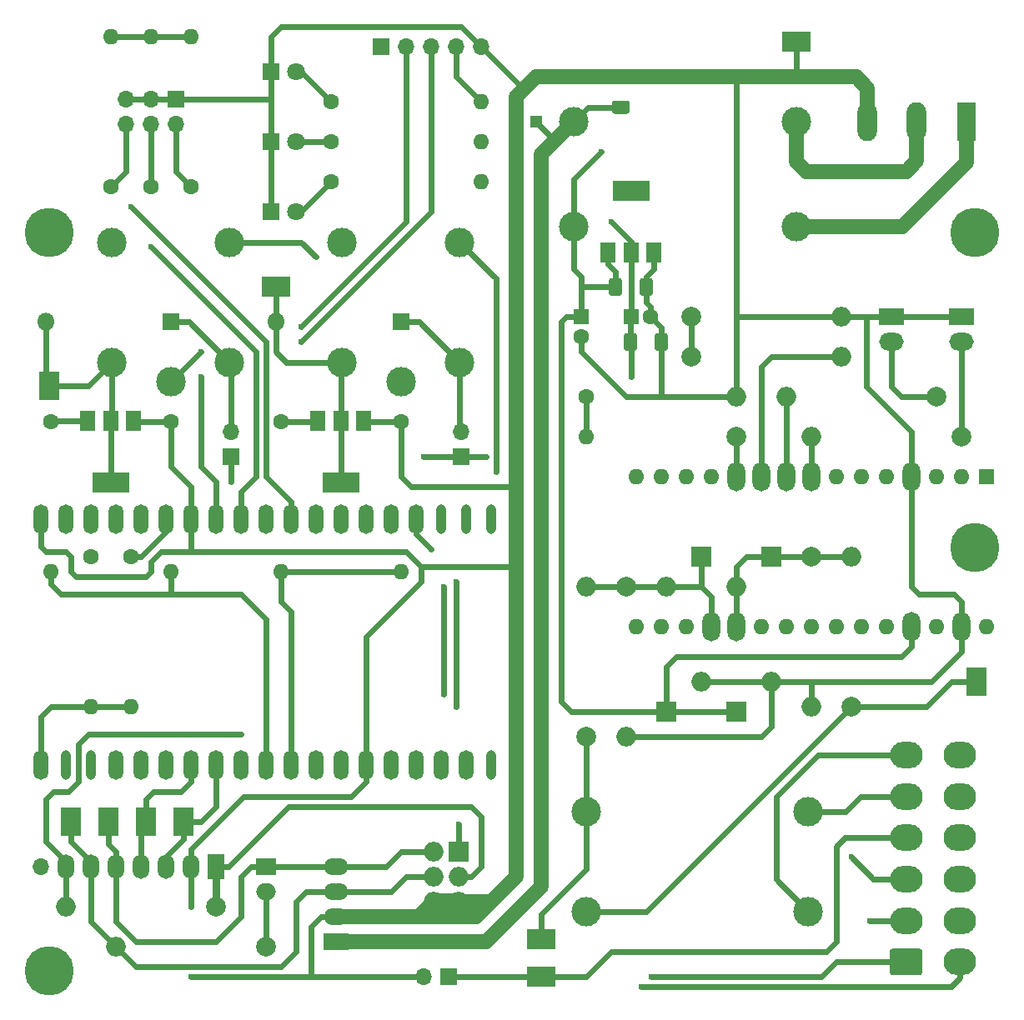
<source format=gbl>
%TF.GenerationSoftware,KiCad,Pcbnew,(5.1.12-1-10_14)*%
%TF.CreationDate,2023-03-30T15:47:48+02:00*%
%TF.ProjectId,Airlock-Mainboard,4169726c-6f63-46b2-9d4d-61696e626f61,rev?*%
%TF.SameCoordinates,Original*%
%TF.FileFunction,Copper,L2,Bot*%
%TF.FilePolarity,Positive*%
%FSLAX46Y46*%
G04 Gerber Fmt 4.6, Leading zero omitted, Abs format (unit mm)*
G04 Created by KiCad (PCBNEW (5.1.12-1-10_14)) date 2023-03-30 15:47:48*
%MOMM*%
%LPD*%
G01*
G04 APERTURE LIST*
%TA.AperFunction,ComponentPad*%
%ADD10C,5.000000*%
%TD*%
%TA.AperFunction,ComponentPad*%
%ADD11R,2.500000X1.700000*%
%TD*%
%TA.AperFunction,ComponentPad*%
%ADD12O,2.500000X1.700000*%
%TD*%
%TA.AperFunction,ComponentPad*%
%ADD13R,1.700000X1.700000*%
%TD*%
%TA.AperFunction,ComponentPad*%
%ADD14O,1.700000X1.700000*%
%TD*%
%TA.AperFunction,ComponentPad*%
%ADD15R,2.000000X2.000000*%
%TD*%
%TA.AperFunction,ComponentPad*%
%ADD16O,2.000000X2.000000*%
%TD*%
%TA.AperFunction,ComponentPad*%
%ADD17O,1.500000X3.000000*%
%TD*%
%TA.AperFunction,ComponentPad*%
%ADD18O,1.000000X3.000000*%
%TD*%
%TA.AperFunction,ComponentPad*%
%ADD19R,1.600000X1.600000*%
%TD*%
%TA.AperFunction,ComponentPad*%
%ADD20O,1.600000X1.600000*%
%TD*%
%TA.AperFunction,ComponentPad*%
%ADD21O,1.800000X3.000000*%
%TD*%
%TA.AperFunction,ComponentPad*%
%ADD22C,1.600000*%
%TD*%
%TA.AperFunction,ComponentPad*%
%ADD23R,1.200000X1.200000*%
%TD*%
%TA.AperFunction,ComponentPad*%
%ADD24C,1.200000*%
%TD*%
%TA.AperFunction,ComponentPad*%
%ADD25O,1.800000X1.800000*%
%TD*%
%TA.AperFunction,ComponentPad*%
%ADD26R,1.800000X1.800000*%
%TD*%
%TA.AperFunction,ComponentPad*%
%ADD27O,2.500000X1.800000*%
%TD*%
%TA.AperFunction,ComponentPad*%
%ADD28R,2.500000X1.800000*%
%TD*%
%TA.AperFunction,ComponentPad*%
%ADD29C,1.800000*%
%TD*%
%TA.AperFunction,ComponentPad*%
%ADD30C,3.000000*%
%TD*%
%TA.AperFunction,ComponentPad*%
%ADD31R,1.980000X3.960000*%
%TD*%
%TA.AperFunction,ComponentPad*%
%ADD32O,1.980000X3.960000*%
%TD*%
%TA.AperFunction,ComponentPad*%
%ADD33R,1.700000X2.500000*%
%TD*%
%TA.AperFunction,ComponentPad*%
%ADD34O,1.700000X2.500000*%
%TD*%
%TA.AperFunction,ComponentPad*%
%ADD35O,3.300000X2.700000*%
%TD*%
%TA.AperFunction,ComponentPad*%
%ADD36R,2.000000X1.700000*%
%TD*%
%TA.AperFunction,ComponentPad*%
%ADD37O,2.000000X1.700000*%
%TD*%
%TA.AperFunction,ComponentPad*%
%ADD38R,3.000000X2.000000*%
%TD*%
%TA.AperFunction,ComponentPad*%
%ADD39R,2.000000X3.000000*%
%TD*%
%TA.AperFunction,SMDPad,CuDef*%
%ADD40R,3.800000X2.000000*%
%TD*%
%TA.AperFunction,SMDPad,CuDef*%
%ADD41R,1.500000X2.000000*%
%TD*%
%TA.AperFunction,ComponentPad*%
%ADD42C,2.000000*%
%TD*%
%TA.AperFunction,ViaPad*%
%ADD43C,0.600000*%
%TD*%
%TA.AperFunction,Conductor*%
%ADD44C,0.800000*%
%TD*%
%TA.AperFunction,Conductor*%
%ADD45C,0.600000*%
%TD*%
%TA.AperFunction,Conductor*%
%ADD46C,1.500000*%
%TD*%
%TA.AperFunction,Conductor*%
%ADD47C,1.800000*%
%TD*%
G04 APERTURE END LIST*
D10*
%TO.P,REF\u002A\u002A,1*%
%TO.N,N/C*%
X262000000Y-57000000D03*
%TD*%
%TO.P,REF\u002A\u002A,1*%
%TO.N,N/C*%
X168000000Y-57000000D03*
%TD*%
%TO.P,REF\u002A\u002A,1*%
%TO.N,N/C*%
X262000000Y-89000000D03*
%TD*%
%TO.P,REF\u002A\u002A,1*%
%TO.N,N/C*%
X168000000Y-132000000D03*
%TD*%
D11*
%TO.P,J4,1*%
%TO.N,+12V*%
X197104000Y-129032000D03*
D12*
%TO.P,J4,2*%
%TO.N,GND*%
X197104000Y-126492000D03*
%TO.P,J4,3*%
%TO.N,CAN_LOW*%
X197104000Y-123952000D03*
%TO.P,J4,4*%
%TO.N,CAN_HIGH*%
X197104000Y-121412000D03*
%TD*%
D13*
%TO.P,J2,1*%
%TO.N,N/C*%
X201676000Y-38100000D03*
D14*
%TO.P,J2,2*%
%TO.N,I2C_SCL*%
X204216000Y-38100000D03*
%TO.P,J2,3*%
%TO.N,I2C_SDA*%
X206756000Y-38100000D03*
%TO.P,J2,4*%
%TO.N,+5V*%
X209296000Y-38100000D03*
%TO.P,J2,5*%
%TO.N,GND*%
X211836000Y-38100000D03*
%TD*%
D15*
%TO.P,J6,1*%
%TO.N,+3V3*%
X209550000Y-119888000D03*
D16*
%TO.P,J6,2*%
%TO.N,CAN_HIGH*%
X207010000Y-119888000D03*
%TO.P,J6,3*%
%TO.N,+5V*%
X209550000Y-122428000D03*
%TO.P,J6,4*%
%TO.N,CAN_LOW*%
X207010000Y-122428000D03*
%TO.P,J6,5*%
%TO.N,GND*%
X209550000Y-124968000D03*
%TO.P,J6,6*%
X207010000Y-124968000D03*
%TD*%
D13*
%TO.P,J3,1*%
%TO.N,GND*%
X180848000Y-43434000D03*
D14*
%TO.P,J3,2*%
%TO.N,Taster_C1*%
X180848000Y-45974000D03*
%TO.P,J3,3*%
%TO.N,GND*%
X178308000Y-43434000D03*
%TO.P,J3,4*%
%TO.N,Taster_B1*%
X178308000Y-45974000D03*
%TO.P,J3,5*%
%TO.N,GND*%
X175768000Y-43434000D03*
%TO.P,J3,6*%
%TO.N,Taster_A1*%
X175768000Y-45974000D03*
%TD*%
D17*
%TO.P,U3,1*%
%TO.N,GND*%
X167132000Y-86052000D03*
%TO.P,U3,2*%
%TO.N,+3V3*%
X167132000Y-111052000D03*
%TO.P,U3,37*%
%TO.N,N/C*%
X169672000Y-86052000D03*
D18*
%TO.P,U3,3*%
X169672000Y-111052000D03*
D17*
%TO.P,U3,36*%
%TO.N,I2C_SCL*%
X172212000Y-86052000D03*
D18*
%TO.P,U3,4*%
%TO.N,N/C*%
X172212000Y-111052000D03*
D17*
%TO.P,U3,35*%
X174752000Y-86052000D03*
%TO.P,U3,5*%
X174752000Y-111052000D03*
%TO.P,U3,34*%
X177292000Y-86052000D03*
%TO.P,U3,6*%
X177292000Y-111052000D03*
%TO.P,U3,33*%
%TO.N,I2C_SDA*%
X179832000Y-86052000D03*
%TO.P,U3,7*%
%TO.N,N/C*%
X179832000Y-111052000D03*
%TO.P,U3,1*%
%TO.N,GND*%
X182372000Y-86052000D03*
%TO.P,U3,8*%
%TO.N,CAN_RX*%
X182372000Y-111052000D03*
%TO.P,U3,31*%
%TO.N,Taster_C1*%
X184912000Y-86052000D03*
%TO.P,U3,9*%
%TO.N,CAN_TX*%
X184912000Y-111052000D03*
%TO.P,U3,30*%
%TO.N,Taster_B1*%
X187452000Y-86052000D03*
%TO.P,U3,10*%
%TO.N,N/C*%
X187452000Y-111052000D03*
%TO.P,U3,29*%
X189992000Y-86052000D03*
%TO.P,U3,11*%
%TO.N,BuzzerAussen_3V3*%
X189992000Y-111052000D03*
%TO.P,U3,28*%
%TO.N,Taster_A1*%
X192532000Y-86052000D03*
%TO.P,U3,12*%
%TO.N,BuzzerInnen_3V3*%
X192532000Y-111052000D03*
%TO.P,U3,27*%
%TO.N,N/C*%
X195072000Y-86052000D03*
%TO.P,U3,13*%
X195072000Y-111052000D03*
%TO.P,U3,26*%
X197612000Y-86052000D03*
%TO.P,U3,14*%
%TO.N,KlingelAussen_3V3*%
X197612000Y-111052000D03*
%TO.P,U3,25*%
%TO.N,N/C*%
X200152000Y-86052000D03*
%TO.P,U3,1*%
%TO.N,GND*%
X200152000Y-111052000D03*
%TO.P,U3,24*%
%TO.N,N/C*%
X202692000Y-86052000D03*
%TO.P,U3,16*%
%TO.N,KlingelInnen_3V3*%
X202692000Y-111052000D03*
%TO.P,U3,23*%
%TO.N,TJA1051_S*%
X205232000Y-86052000D03*
%TO.P,U3,17*%
%TO.N,N/C*%
X205232000Y-111052000D03*
D18*
%TO.P,U3,22*%
X207772000Y-86052000D03*
D17*
%TO.P,U3,18*%
X207772000Y-111052000D03*
D18*
%TO.P,U3,21*%
X210312000Y-86052000D03*
D17*
%TO.P,U3,19*%
X210312000Y-111052000D03*
D18*
%TO.P,U3,20*%
X212852000Y-86052000D03*
%TO.P,U3,*%
%TO.N,*%
X212852000Y-111052000D03*
%TD*%
D19*
%TO.P,A1,1*%
%TO.N,N/C*%
X263144000Y-81788000D03*
D20*
%TO.P,A1,17*%
X230124000Y-97028000D03*
%TO.P,A1,2*%
X260604000Y-81788000D03*
%TO.P,A1,18*%
X232664000Y-97028000D03*
%TO.P,A1,3*%
X258064000Y-81788000D03*
D21*
%TO.P,A1,19*%
%TO.N,Net-(A1-Pad19)*%
X235204000Y-97028000D03*
%TO.P,A1,3*%
%TO.N,GND*%
X255524000Y-81788000D03*
%TO.P,A1,20*%
%TO.N,Net-(A1-Pad20)*%
X237744000Y-97028000D03*
D20*
%TO.P,A1,5*%
%TO.N,N/C*%
X252984000Y-81788000D03*
%TO.P,A1,21*%
X240284000Y-97028000D03*
%TO.P,A1,6*%
X250444000Y-81788000D03*
%TO.P,A1,22*%
X242824000Y-97028000D03*
%TO.P,A1,7*%
X247904000Y-81788000D03*
%TO.P,A1,23*%
X245364000Y-97028000D03*
D21*
%TO.P,A1,8*%
%TO.N,Net-(A1-Pad8)*%
X245364000Y-81788000D03*
D20*
%TO.P,A1,24*%
%TO.N,N/C*%
X247904000Y-97028000D03*
D21*
%TO.P,A1,9*%
%TO.N,Net-(A1-Pad9)*%
X242824000Y-81788000D03*
D20*
%TO.P,A1,25*%
%TO.N,N/C*%
X250444000Y-97028000D03*
D21*
%TO.P,A1,10*%
%TO.N,Net-(A1-Pad10)*%
X240284000Y-81788000D03*
D20*
%TO.P,A1,26*%
%TO.N,N/C*%
X252984000Y-97028000D03*
D21*
%TO.P,A1,11*%
%TO.N,Net-(A1-Pad11)*%
X237744000Y-81788000D03*
%TO.P,A1,27*%
%TO.N,+5V*%
X255524000Y-97028000D03*
D20*
%TO.P,A1,12*%
%TO.N,N/C*%
X235204000Y-81788000D03*
%TO.P,A1,28*%
X258064000Y-97028000D03*
%TO.P,A1,13*%
X232664000Y-81788000D03*
D21*
%TO.P,A1,29*%
%TO.N,GND*%
X260604000Y-97028000D03*
D20*
%TO.P,A1,14*%
%TO.N,N/C*%
X230124000Y-81788000D03*
%TO.P,A1,30*%
X263144000Y-97028000D03*
%TO.P,A1,15*%
X227584000Y-81788000D03*
%TO.P,A1,16*%
X227584000Y-97028000D03*
%TD*%
%TO.P,C1,1*%
%TO.N,+5V*%
%TA.AperFunction,SMDPad,CuDef*%
G36*
G01*
X224851000Y-63134001D02*
X224851000Y-61833999D01*
G75*
G02*
X225100999Y-61584000I249999J0D01*
G01*
X225926001Y-61584000D01*
G75*
G02*
X226176000Y-61833999I0J-249999D01*
G01*
X226176000Y-63134001D01*
G75*
G02*
X225926001Y-63384000I-249999J0D01*
G01*
X225100999Y-63384000D01*
G75*
G02*
X224851000Y-63134001I0J249999D01*
G01*
G37*
%TD.AperFunction*%
%TO.P,C1,2*%
%TO.N,GND*%
%TA.AperFunction,SMDPad,CuDef*%
G36*
G01*
X227976000Y-63134001D02*
X227976000Y-61833999D01*
G75*
G02*
X228225999Y-61584000I249999J0D01*
G01*
X229051001Y-61584000D01*
G75*
G02*
X229301000Y-61833999I0J-249999D01*
G01*
X229301000Y-63134001D01*
G75*
G02*
X229051001Y-63384000I-249999J0D01*
G01*
X228225999Y-63384000D01*
G75*
G02*
X227976000Y-63134001I0J249999D01*
G01*
G37*
%TD.AperFunction*%
%TD*%
D22*
%TO.P,C2,2*%
%TO.N,GND*%
X221996000Y-67532000D03*
D19*
%TO.P,C2,1*%
%TO.N,+5V*%
X221996000Y-65532000D03*
%TD*%
%TO.P,C3,2*%
%TO.N,GND*%
%TA.AperFunction,SMDPad,CuDef*%
G36*
G01*
X226710001Y-41772000D02*
X225409999Y-41772000D01*
G75*
G02*
X225160000Y-41522001I0J249999D01*
G01*
X225160000Y-40696999D01*
G75*
G02*
X225409999Y-40447000I249999J0D01*
G01*
X226710001Y-40447000D01*
G75*
G02*
X226960000Y-40696999I0J-249999D01*
G01*
X226960000Y-41522001D01*
G75*
G02*
X226710001Y-41772000I-249999J0D01*
G01*
G37*
%TD.AperFunction*%
%TO.P,C3,1*%
%TO.N,+12V*%
%TA.AperFunction,SMDPad,CuDef*%
G36*
G01*
X226710001Y-44897000D02*
X225409999Y-44897000D01*
G75*
G02*
X225160000Y-44647001I0J249999D01*
G01*
X225160000Y-43821999D01*
G75*
G02*
X225409999Y-43572000I249999J0D01*
G01*
X226710001Y-43572000D01*
G75*
G02*
X226960000Y-43821999I0J-249999D01*
G01*
X226960000Y-44647001D01*
G75*
G02*
X226710001Y-44897000I-249999J0D01*
G01*
G37*
%TD.AperFunction*%
%TD*%
%TO.P,C4,1*%
%TO.N,+3V3*%
%TA.AperFunction,SMDPad,CuDef*%
G36*
G01*
X226375000Y-68722001D02*
X226375000Y-67421999D01*
G75*
G02*
X226624999Y-67172000I249999J0D01*
G01*
X227450001Y-67172000D01*
G75*
G02*
X227700000Y-67421999I0J-249999D01*
G01*
X227700000Y-68722001D01*
G75*
G02*
X227450001Y-68972000I-249999J0D01*
G01*
X226624999Y-68972000D01*
G75*
G02*
X226375000Y-68722001I0J249999D01*
G01*
G37*
%TD.AperFunction*%
%TO.P,C4,2*%
%TO.N,GND*%
%TA.AperFunction,SMDPad,CuDef*%
G36*
G01*
X229500000Y-68722001D02*
X229500000Y-67421999D01*
G75*
G02*
X229749999Y-67172000I249999J0D01*
G01*
X230575001Y-67172000D01*
G75*
G02*
X230825000Y-67421999I0J-249999D01*
G01*
X230825000Y-68722001D01*
G75*
G02*
X230575001Y-68972000I-249999J0D01*
G01*
X229749999Y-68972000D01*
G75*
G02*
X229500000Y-68722001I0J249999D01*
G01*
G37*
%TD.AperFunction*%
%TD*%
D23*
%TO.P,C5,1*%
%TO.N,+12V*%
X217424000Y-45720000D03*
D24*
%TO.P,C5,2*%
%TO.N,GND*%
X215424000Y-45720000D03*
%TD*%
D19*
%TO.P,C6,1*%
%TO.N,+3V3*%
X227076000Y-65532000D03*
D22*
%TO.P,C6,2*%
%TO.N,GND*%
X229076000Y-65532000D03*
%TD*%
D25*
%TO.P,D1,2*%
%TO.N,Net-(D1-Pad2)*%
X167640000Y-66040000D03*
D26*
%TO.P,D1,1*%
%TO.N,Net-(D1-Pad1)*%
X180340000Y-66040000D03*
%TD*%
D25*
%TO.P,D2,2*%
%TO.N,Net-(D2-Pad2)*%
X191008000Y-66040000D03*
D26*
%TO.P,D2,1*%
%TO.N,Net-(D2-Pad1)*%
X203708000Y-66040000D03*
%TD*%
D27*
%TO.P,D3,2*%
%TO.N,Net-(D3-Pad2)*%
X253492000Y-68072000D03*
D28*
%TO.P,D3,1*%
%TO.N,GND*%
X253492000Y-65532000D03*
%TD*%
%TO.P,D4,1*%
%TO.N,GND*%
X260604000Y-65532000D03*
D27*
%TO.P,D4,2*%
%TO.N,Net-(D4-Pad2)*%
X260604000Y-68072000D03*
%TD*%
D26*
%TO.P,D5(12V),1*%
%TO.N,GND*%
X190500000Y-47752000D03*
D29*
%TO.P,D5(12V),2*%
%TO.N,Net-(D5-Pad2)*%
X193040000Y-47752000D03*
%TD*%
%TO.P,D6(5V),2*%
%TO.N,Net-(D6-Pad2)*%
X193040000Y-40640000D03*
D26*
%TO.P,D6(5V),1*%
%TO.N,GND*%
X190500000Y-40640000D03*
%TD*%
%TO.P,D7(3V3),1*%
%TO.N,GND*%
X190500000Y-54864000D03*
D29*
%TO.P,D7(3V3),2*%
%TO.N,Net-(D7-Pad2)*%
X193040000Y-54864000D03*
%TD*%
D16*
%TO.P,D8,2*%
%TO.N,Net-(A1-Pad19)*%
X230632000Y-92964000D03*
D15*
%TO.P,D8,1*%
%TO.N,+5V*%
X230632000Y-105664000D03*
%TD*%
%TO.P,D9,1*%
%TO.N,Net-(A1-Pad19)*%
X234188000Y-89916000D03*
D16*
%TO.P,D9,2*%
%TO.N,GND*%
X234188000Y-102616000D03*
%TD*%
D15*
%TO.P,D10,1*%
%TO.N,+5V*%
X237744000Y-105664000D03*
D16*
%TO.P,D10,2*%
%TO.N,Net-(A1-Pad20)*%
X237744000Y-92964000D03*
%TD*%
D15*
%TO.P,D11,1*%
%TO.N,Net-(A1-Pad20)*%
X241300000Y-89916000D03*
D16*
%TO.P,D11,2*%
%TO.N,GND*%
X241300000Y-102616000D03*
%TD*%
D30*
%TO.P,F1,1*%
%TO.N,Net-(F1-Pad1)*%
X243840000Y-45720000D03*
%TO.P,F1,2*%
%TO.N,+12V*%
X221240000Y-45720000D03*
%TD*%
%TO.P,F2,2*%
%TO.N,Net-(F2-Pad2)*%
X243840000Y-56388000D03*
%TO.P,F2,1*%
%TO.N,+5V*%
X221240000Y-56388000D03*
%TD*%
%TO.P,F3,2*%
%TO.N,Klingel_Aussen_AC_in*%
X245104000Y-115824000D03*
%TO.P,F3,1*%
%TO.N,Net-(F3-Pad1)*%
X222504000Y-115824000D03*
%TD*%
%TO.P,F4,1*%
%TO.N,Net-(F4-Pad1)*%
X222504000Y-125984000D03*
%TO.P,F4,2*%
%TO.N,Klingel_Innen_AC_in*%
X245104000Y-125984000D03*
%TD*%
D31*
%TO.P,J1,1*%
%TO.N,Net-(F2-Pad2)*%
X261112000Y-45720000D03*
D32*
%TO.P,J1,2*%
%TO.N,Net-(F1-Pad1)*%
X256112000Y-45720000D03*
%TO.P,J1,3*%
%TO.N,GND*%
X251112000Y-45720000D03*
%TD*%
D33*
%TO.P,J5,1*%
%TO.N,+5V*%
X184912000Y-121412000D03*
D34*
%TO.P,J5,2*%
%TO.N,GND*%
X182372000Y-121412000D03*
%TO.P,J5,3*%
%TO.N,CAN_TX*%
X179832000Y-121412000D03*
%TO.P,J5,4*%
%TO.N,CAN_RX*%
X177292000Y-121412000D03*
%TO.P,J5,5*%
%TO.N,CAN_HIGH*%
X174752000Y-121412000D03*
%TO.P,J5,6*%
%TO.N,CAN_LOW*%
X172212000Y-121412000D03*
%TO.P,J5,7*%
%TO.N,TJA1051_S*%
X169672000Y-121412000D03*
D14*
%TO.P,J5,8*%
%TO.N,N/C*%
X167132000Y-121412000D03*
%TD*%
%TO.P,J7,1*%
%TO.N,Buzzer_Innen_AC2*%
%TA.AperFunction,ComponentPad*%
G36*
G01*
X256415999Y-132414000D02*
X253616001Y-132414000D01*
G75*
G02*
X253366000Y-132163999I0J250001D01*
G01*
X253366000Y-129964001D01*
G75*
G02*
X253616001Y-129714000I250001J0D01*
G01*
X256415999Y-129714000D01*
G75*
G02*
X256666000Y-129964001I0J-250001D01*
G01*
X256666000Y-132163999D01*
G75*
G02*
X256415999Y-132414000I-250001J0D01*
G01*
G37*
%TD.AperFunction*%
D35*
%TO.P,J7,2*%
%TO.N,Buzzer_Aussen_AC1*%
X255016000Y-126864000D03*
%TO.P,J7,3*%
%TO.N,Buzzer_Aussen_AC2*%
X255016000Y-122664000D03*
%TO.P,J7,4*%
%TO.N,Klingel_AC_GND*%
X255016000Y-118464000D03*
%TO.P,J7,5*%
%TO.N,Klingel_Aussen_AC_in*%
X255016000Y-114264000D03*
%TO.P,J7,6*%
%TO.N,Klingel_Innen_AC_in*%
X255016000Y-110064000D03*
%TO.P,J7,7*%
%TO.N,Buzzer_Innen_AC1*%
X260516000Y-131064000D03*
%TO.P,J7,8*%
%TO.N,N/C*%
X260516000Y-126864000D03*
%TO.P,J7,9*%
X260516000Y-122664000D03*
%TO.P,J7,10*%
X260516000Y-118464000D03*
%TO.P,J7,11*%
X260516000Y-114264000D03*
%TO.P,J7,12*%
X260516000Y-110064000D03*
%TD*%
D14*
%TO.P,JP1: Pull to kill K1 ->,2*%
%TO.N,Net-(D1-Pad1)*%
X186436000Y-77216000D03*
D13*
%TO.P,JP1: Pull to kill K1 ->,1*%
%TO.N,+12V*%
X186436000Y-79756000D03*
%TD*%
%TO.P,JP2: Pull to kill K2 ->,1*%
%TO.N,+12V*%
X209804000Y-79756000D03*
D14*
%TO.P,JP2: Pull to kill K2 ->,2*%
%TO.N,Net-(D2-Pad1)*%
X209804000Y-77216000D03*
%TD*%
D36*
%TO.P,JP3,1*%
%TO.N,CAN_HIGH*%
X189992000Y-121412000D03*
D37*
%TO.P,JP3,2*%
%TO.N,Net-(JP3-Pad2)*%
X189992000Y-123952000D03*
%TD*%
D14*
%TO.P,JP4,2*%
%TO.N,GND*%
X205994000Y-132588000D03*
D13*
%TO.P,JP4,1*%
%TO.N,Klingel_AC_GND*%
X208534000Y-132588000D03*
%TD*%
D30*
%TO.P,K1,A1*%
%TO.N,Net-(D1-Pad1)*%
X186340000Y-70136000D03*
%TO.P,K1,14*%
%TO.N,Buzzer_Aussen_AC1*%
X186340000Y-57936000D03*
%TO.P,K1,12*%
%TO.N,N/C*%
X174340000Y-57936000D03*
%TO.P,K1,A2*%
%TO.N,Net-(D1-Pad2)*%
X174340000Y-70136000D03*
%TO.P,K1,11*%
%TO.N,Buzzer_Aussen_AC2*%
X180340000Y-72136000D03*
%TD*%
%TO.P,K2,11*%
%TO.N,Buzzer_Innen_AC2*%
X203708000Y-72136000D03*
%TO.P,K2,A2*%
%TO.N,Net-(D2-Pad2)*%
X197708000Y-70136000D03*
%TO.P,K2,12*%
%TO.N,N/C*%
X197708000Y-57936000D03*
%TO.P,K2,14*%
%TO.N,Buzzer_Innen_AC1*%
X209708000Y-57936000D03*
%TO.P,K2,A1*%
%TO.N,Net-(D2-Pad1)*%
X209708000Y-70136000D03*
%TD*%
D38*
%TO.P,MP1,1*%
%TO.N,Net-(F3-Pad1)*%
X217932000Y-128778000D03*
%TD*%
%TO.P,MP2,1*%
%TO.N,Klingel_AC_GND*%
X217932000Y-132588000D03*
%TD*%
D39*
%TO.P,MP3,1*%
%TO.N,Net-(F4-Pad1)*%
X262128000Y-102616000D03*
%TD*%
D38*
%TO.P,MP5,1*%
%TO.N,GND*%
X243840000Y-37592000D03*
%TD*%
D39*
%TO.P,MP9,1*%
%TO.N,Net-(D1-Pad2)*%
X168000000Y-72500000D03*
%TD*%
D38*
%TO.P,MP10,1*%
%TO.N,Net-(D2-Pad2)*%
X191008000Y-62484000D03*
%TD*%
D39*
%TO.P,MP11,1*%
%TO.N,CAN_TX*%
X181610000Y-116840000D03*
%TD*%
%TO.P,MP12,1*%
%TO.N,CAN_RX*%
X177800000Y-116840000D03*
%TD*%
%TO.P,MP13,1*%
%TO.N,CAN_HIGH*%
X173990000Y-116840000D03*
%TD*%
%TO.P,MP14,1*%
%TO.N,CAN_LOW*%
X170180000Y-116840000D03*
%TD*%
D40*
%TO.P,Q1,2*%
%TO.N,Net-(D1-Pad2)*%
X174244000Y-82398000D03*
D41*
X174244000Y-76098000D03*
%TO.P,Q1,3*%
%TO.N,GND*%
X176544000Y-76098000D03*
%TO.P,Q1,1*%
%TO.N,Net-(Q1-Pad1)*%
X171944000Y-76098000D03*
%TD*%
%TO.P,Q2,1*%
%TO.N,Net-(Q2-Pad1)*%
X195312000Y-76098000D03*
%TO.P,Q2,3*%
%TO.N,GND*%
X199912000Y-76098000D03*
%TO.P,Q2,2*%
%TO.N,Net-(D2-Pad2)*%
X197612000Y-76098000D03*
D40*
X197612000Y-82398000D03*
%TD*%
D42*
%TO.P,R1,1*%
%TO.N,Net-(D3-Pad2)*%
X258064000Y-73660000D03*
D16*
%TO.P,R1,2*%
%TO.N,Net-(A1-Pad9)*%
X242824000Y-73660000D03*
%TD*%
%TO.P,R2,2*%
%TO.N,GND*%
X248412000Y-65532000D03*
D42*
%TO.P,R2,1*%
%TO.N,KlingelAussen_3V3*%
X233172000Y-65532000D03*
%TD*%
%TO.P,R3,1*%
%TO.N,KlingelAussen_3V3*%
X233172000Y-69596000D03*
D16*
%TO.P,R3,2*%
%TO.N,Net-(A1-Pad10)*%
X248412000Y-69596000D03*
%TD*%
D22*
%TO.P,R4,1*%
%TO.N,KlingelInnen_3V3*%
X222504000Y-73660000D03*
D16*
%TO.P,R4,2*%
%TO.N,GND*%
X237744000Y-73660000D03*
%TD*%
%TO.P,R5,2*%
%TO.N,Net-(A1-Pad8)*%
X245364000Y-77724000D03*
D42*
%TO.P,R5,1*%
%TO.N,Net-(D4-Pad2)*%
X260604000Y-77724000D03*
%TD*%
D20*
%TO.P,R6,2*%
%TO.N,KlingelInnen_3V3*%
X222504000Y-77724000D03*
D42*
%TO.P,R6,1*%
%TO.N,Net-(A1-Pad11)*%
X237744000Y-77724000D03*
%TD*%
D22*
%TO.P,R7,1*%
%TO.N,Net-(D5-Pad2)*%
X196596000Y-47752000D03*
D20*
%TO.P,R7,2*%
%TO.N,+12V*%
X211836000Y-47752000D03*
%TD*%
%TO.P,R8,2*%
%TO.N,+5V*%
X211836000Y-43688000D03*
D22*
%TO.P,R8,1*%
%TO.N,Net-(D6-Pad2)*%
X196596000Y-43688000D03*
%TD*%
%TO.P,R9,1*%
%TO.N,Taster_A1*%
X174244000Y-52324000D03*
D20*
%TO.P,R9,2*%
%TO.N,+3V3*%
X174244000Y-37084000D03*
%TD*%
%TO.P,R10,2*%
%TO.N,+3V3*%
X178308000Y-37084000D03*
D22*
%TO.P,R10,1*%
%TO.N,Taster_B1*%
X178308000Y-52324000D03*
%TD*%
D20*
%TO.P,R11,2*%
%TO.N,+3V3*%
X182372000Y-37084000D03*
D22*
%TO.P,R11,1*%
%TO.N,Taster_C1*%
X182372000Y-52324000D03*
%TD*%
%TO.P,R12,1*%
%TO.N,Net-(Q1-Pad1)*%
X168148000Y-76200000D03*
D20*
%TO.P,R12,2*%
%TO.N,BuzzerAussen_3V3*%
X168148000Y-91440000D03*
%TD*%
%TO.P,R13,2*%
%TO.N,BuzzerAussen_3V3*%
X180340000Y-91440000D03*
D22*
%TO.P,R13,1*%
%TO.N,GND*%
X180340000Y-76200000D03*
%TD*%
D20*
%TO.P,R14,2*%
%TO.N,+3V3*%
X176276000Y-105156000D03*
D22*
%TO.P,R14,1*%
%TO.N,I2C_SDA*%
X176276000Y-89916000D03*
%TD*%
%TO.P,R15,1*%
%TO.N,I2C_SCL*%
X172212000Y-89916000D03*
D20*
%TO.P,R15,2*%
%TO.N,+3V3*%
X172212000Y-105156000D03*
%TD*%
D16*
%TO.P,R16,2*%
%TO.N,TJA1051_S*%
X169672000Y-125476000D03*
D42*
%TO.P,R16,1*%
%TO.N,+5V*%
X184912000Y-125476000D03*
%TD*%
D22*
%TO.P,R17,1*%
%TO.N,Net-(Q2-Pad1)*%
X191516000Y-76200000D03*
D20*
%TO.P,R17,2*%
%TO.N,BuzzerInnen_3V3*%
X191516000Y-91440000D03*
%TD*%
%TO.P,R18,2*%
%TO.N,BuzzerInnen_3V3*%
X203708000Y-91440000D03*
D22*
%TO.P,R18,1*%
%TO.N,GND*%
X203708000Y-76200000D03*
%TD*%
D42*
%TO.P,R19,1*%
%TO.N,Net-(JP3-Pad2)*%
X190000000Y-129540000D03*
D16*
%TO.P,R19,2*%
%TO.N,CAN_LOW*%
X174760000Y-129540000D03*
%TD*%
D22*
%TO.P,R20,1*%
%TO.N,Net-(D7-Pad2)*%
X196596000Y-51816000D03*
D20*
%TO.P,R20,2*%
%TO.N,+3V3*%
X211836000Y-51816000D03*
%TD*%
D16*
%TO.P,R21,2*%
%TO.N,Net-(A1-Pad19)*%
X222504000Y-92964000D03*
D42*
%TO.P,R21,1*%
%TO.N,Net-(F3-Pad1)*%
X222504000Y-108204000D03*
%TD*%
%TO.P,R22,1*%
%TO.N,Net-(A1-Pad19)*%
X226568000Y-92964000D03*
D16*
%TO.P,R22,2*%
%TO.N,GND*%
X226568000Y-108204000D03*
%TD*%
%TO.P,R23,2*%
%TO.N,Net-(A1-Pad20)*%
X249428000Y-89916000D03*
D42*
%TO.P,R23,1*%
%TO.N,Net-(F4-Pad1)*%
X249428000Y-105156000D03*
%TD*%
%TO.P,R24,1*%
%TO.N,Net-(A1-Pad20)*%
X245364000Y-89916000D03*
D16*
%TO.P,R24,2*%
%TO.N,GND*%
X245364000Y-105156000D03*
%TD*%
D40*
%TO.P,U1,4*%
%TO.N,N/C*%
X227076000Y-52730000D03*
D41*
%TO.P,U1,2*%
%TO.N,+3V3*%
X227076000Y-59030000D03*
%TO.P,U1,3*%
%TO.N,+5V*%
X224776000Y-59030000D03*
%TO.P,U1,1*%
%TO.N,GND*%
X229376000Y-59030000D03*
%TD*%
D43*
%TO.N,+5V*%
X211836000Y-117856000D03*
X224028000Y-48768000D03*
X219964000Y-88392000D03*
%TO.N,+12V*%
X217932000Y-79756000D03*
X186436000Y-82296000D03*
X212344000Y-79756000D03*
X205994000Y-79756000D03*
%TO.N,+3V3*%
X225044000Y-55880000D03*
X227076000Y-71628000D03*
X209550000Y-117094000D03*
%TO.N,I2C_SCL*%
X193548000Y-66548000D03*
%TO.N,I2C_SDA*%
X193548000Y-68072000D03*
%TO.N,Taster_A1*%
X176276000Y-54356000D03*
%TO.N,Taster_B1*%
X178308000Y-58420000D03*
%TO.N,Taster_C1*%
X183388000Y-71628000D03*
%TO.N,Buzzer_Innen_AC1*%
X213360000Y-81280000D03*
X228092000Y-133604000D03*
X209296000Y-105156000D03*
X209296000Y-92456000D03*
%TO.N,Buzzer_Innen_AC2*%
X229108000Y-132588000D03*
X208026000Y-103886000D03*
X208026000Y-92964000D03*
%TO.N,Buzzer_Aussen_AC1*%
X195072000Y-59436000D03*
X251324000Y-126864000D03*
%TO.N,Buzzer_Aussen_AC2*%
X183388000Y-69088000D03*
X249428000Y-120396000D03*
%TO.N,TJA1051_S*%
X206756000Y-89154000D03*
X187452000Y-107950000D03*
%TO.N,GND*%
X182372000Y-125476000D03*
X182372000Y-132588000D03*
%TD*%
D44*
%TO.N,+5V*%
X184912000Y-125476000D02*
X184912000Y-121412000D01*
D45*
X230632000Y-105664000D02*
X237744000Y-105664000D01*
X254508000Y-100076000D02*
X255524000Y-99060000D01*
X231648000Y-100076000D02*
X254508000Y-100076000D01*
X230632000Y-101092000D02*
X231648000Y-100076000D01*
X255524000Y-99060000D02*
X255524000Y-97028000D01*
X230632000Y-105664000D02*
X230632000Y-101092000D01*
X225513500Y-62484000D02*
X225513500Y-60921500D01*
X224776000Y-60184000D02*
X224776000Y-59030000D01*
X225513500Y-60921500D02*
X224776000Y-60184000D01*
X224028000Y-62484000D02*
X225513500Y-62484000D01*
X221240000Y-56388000D02*
X221240000Y-60712000D01*
X221240000Y-51556000D02*
X221240000Y-56388000D01*
X224028000Y-48768000D02*
X221240000Y-51556000D01*
X209296000Y-41148000D02*
X211836000Y-43688000D01*
X209296000Y-38100000D02*
X209296000Y-41148000D01*
X220980000Y-105664000D02*
X230632000Y-105664000D01*
X219964000Y-104648000D02*
X220980000Y-105664000D01*
X219964000Y-88392000D02*
X219964000Y-104648000D01*
X221996000Y-61468000D02*
X221240000Y-60712000D01*
X224028000Y-62484000D02*
X221996000Y-62484000D01*
X221996000Y-62484000D02*
X221996000Y-61468000D01*
X221996000Y-65532000D02*
X221996000Y-62484000D01*
X220472000Y-65532000D02*
X221996000Y-65532000D01*
X219964000Y-66040000D02*
X220472000Y-65532000D01*
X219964000Y-88392000D02*
X219964000Y-66040000D01*
X209550000Y-122428000D02*
X210820000Y-122428000D01*
X211836000Y-121412000D02*
X211836000Y-117856000D01*
X210820000Y-122428000D02*
X211836000Y-121412000D01*
X211836000Y-116332000D02*
X211836000Y-117856000D01*
X210820000Y-115316000D02*
X211836000Y-116332000D01*
X192278000Y-115316000D02*
X210820000Y-115316000D01*
X186182000Y-121412000D02*
X192278000Y-115316000D01*
X184912000Y-121412000D02*
X186182000Y-121412000D01*
%TO.N,+12V*%
X222725500Y-44234500D02*
X221240000Y-45720000D01*
X226060000Y-44234500D02*
X222725500Y-44234500D01*
D46*
X219332000Y-47628000D02*
X217932000Y-49028000D01*
D45*
X217424000Y-45720000D02*
X219332000Y-47628000D01*
D46*
X221240000Y-45720000D02*
X219332000Y-47628000D01*
X217932000Y-49028000D02*
X217932000Y-79756000D01*
D45*
X186436000Y-79756000D02*
X186436000Y-82296000D01*
X209804000Y-79756000D02*
X212344000Y-79756000D01*
X205994000Y-79756000D02*
X209804000Y-79756000D01*
D46*
X217932000Y-120650000D02*
X217932000Y-79756000D01*
X217932000Y-123444000D02*
X217932000Y-120650000D01*
X212344000Y-129032000D02*
X217932000Y-123444000D01*
X197104000Y-129032000D02*
X212344000Y-129032000D01*
D45*
%TO.N,+3V3*%
X227076000Y-65532000D02*
X227076000Y-59030000D01*
X182372000Y-37084000D02*
X178308000Y-37084000D01*
X178308000Y-37084000D02*
X174244000Y-37084000D01*
X227037500Y-65570500D02*
X227076000Y-65532000D01*
X227037500Y-68072000D02*
X227037500Y-65570500D01*
X167132000Y-111052000D02*
X167132000Y-106172000D01*
X168148000Y-105156000D02*
X172212000Y-105156000D01*
X167132000Y-106172000D02*
X168148000Y-105156000D01*
X172212000Y-105156000D02*
X176276000Y-105156000D01*
X227076000Y-57912000D02*
X227076000Y-59030000D01*
X225044000Y-55880000D02*
X227076000Y-57912000D01*
X227076000Y-68110500D02*
X227037500Y-68072000D01*
X227076000Y-71628000D02*
X227076000Y-68110500D01*
X209550000Y-119888000D02*
X209550000Y-117094000D01*
%TO.N,KlingelAussen_3V3*%
X233172000Y-65532000D02*
X233172000Y-69596000D01*
%TO.N,KlingelInnen_3V3*%
X222504000Y-77724000D02*
X222504000Y-73660000D01*
%TO.N,Net-(D1-Pad1)*%
X182244000Y-66040000D02*
X180340000Y-66040000D01*
X186340000Y-70136000D02*
X182244000Y-66040000D01*
X186436000Y-70232000D02*
X186340000Y-70136000D01*
X186436000Y-77216000D02*
X186436000Y-70232000D01*
%TO.N,Net-(D1-Pad2)*%
X174340000Y-76002000D02*
X174244000Y-76098000D01*
X174340000Y-70136000D02*
X174340000Y-76002000D01*
X174244000Y-76098000D02*
X174244000Y-82398000D01*
X167640000Y-72140000D02*
X168000000Y-72500000D01*
X167640000Y-66040000D02*
X167640000Y-72140000D01*
X171976000Y-72500000D02*
X174340000Y-70136000D01*
X168000000Y-72500000D02*
X171976000Y-72500000D01*
%TO.N,Net-(D2-Pad2)*%
X197612000Y-82398000D02*
X197612000Y-76098000D01*
X197612000Y-70232000D02*
X197708000Y-70136000D01*
X197612000Y-76098000D02*
X197612000Y-70232000D01*
X191008000Y-66040000D02*
X191008000Y-69088000D01*
X192056000Y-70136000D02*
X197708000Y-70136000D01*
X191008000Y-69088000D02*
X192056000Y-70136000D01*
X191008000Y-62484000D02*
X191008000Y-66040000D01*
%TO.N,Net-(D2-Pad1)*%
X209708000Y-77120000D02*
X209804000Y-77216000D01*
X209708000Y-70136000D02*
X209708000Y-77120000D01*
X205612000Y-66040000D02*
X203708000Y-66040000D01*
X209708000Y-70136000D02*
X205612000Y-66040000D01*
%TO.N,Klingel_Aussen_AC_in*%
X250408000Y-114264000D02*
X255016000Y-114264000D01*
X248848000Y-115824000D02*
X250408000Y-114264000D01*
X245104000Y-115824000D02*
X248848000Y-115824000D01*
%TO.N,Net-(F3-Pad1)*%
X222504000Y-112776000D02*
X222504000Y-108204000D01*
X222504000Y-115824000D02*
X222504000Y-112776000D01*
X217932000Y-126492000D02*
X217932000Y-128778000D01*
X217932000Y-126238000D02*
X217932000Y-126492000D01*
X222504000Y-121666000D02*
X217932000Y-126238000D01*
X222504000Y-115824000D02*
X222504000Y-121666000D01*
%TO.N,Net-(F4-Pad1)*%
X251460000Y-105156000D02*
X249428000Y-105156000D01*
X262128000Y-102616000D02*
X259588000Y-102616000D01*
X257048000Y-105156000D02*
X251460000Y-105156000D01*
X259588000Y-102616000D02*
X257048000Y-105156000D01*
X228600000Y-125984000D02*
X222504000Y-125984000D01*
X249428000Y-105156000D02*
X228600000Y-125984000D01*
%TO.N,Klingel_Innen_AC_in*%
X245104000Y-125984000D02*
X241808000Y-122688000D01*
X241808000Y-114300000D02*
X246044000Y-110064000D01*
X246044000Y-110064000D02*
X255016000Y-110064000D01*
X241808000Y-122688000D02*
X241808000Y-114300000D01*
%TO.N,I2C_SCL*%
X204216000Y-38100000D02*
X204216000Y-55372000D01*
X204216000Y-55372000D02*
X204216000Y-55880000D01*
X204216000Y-55880000D02*
X200152000Y-59944000D01*
X200152000Y-59944000D02*
X193548000Y-66548000D01*
%TO.N,I2C_SDA*%
X179832000Y-86052000D02*
X179832000Y-87376000D01*
X177292000Y-89916000D02*
X176276000Y-89916000D01*
X179832000Y-87376000D02*
X177292000Y-89916000D01*
X206756000Y-38100000D02*
X206756000Y-54864000D01*
X206756000Y-54864000D02*
X193548000Y-68072000D01*
%TO.N,Taster_A1*%
X175768000Y-50800000D02*
X174244000Y-52324000D01*
X189992000Y-81788000D02*
X192532000Y-84328000D01*
X189992000Y-68072000D02*
X189992000Y-81788000D01*
X192532000Y-84328000D02*
X192532000Y-86052000D01*
X176276000Y-54356000D02*
X189992000Y-68072000D01*
X175768000Y-50800000D02*
X175768000Y-45974000D01*
%TO.N,Taster_B1*%
X188468000Y-68580000D02*
X178308000Y-58420000D01*
X188976000Y-81788000D02*
X188976000Y-69088000D01*
X187452000Y-83312000D02*
X188976000Y-81788000D01*
X188976000Y-69088000D02*
X188468000Y-68580000D01*
X187452000Y-86052000D02*
X187452000Y-83312000D01*
X178308000Y-52324000D02*
X178308000Y-45974000D01*
%TO.N,Taster_C1*%
X180848000Y-50800000D02*
X182372000Y-52324000D01*
X184912000Y-82296000D02*
X184912000Y-86052000D01*
X183388000Y-80772000D02*
X184912000Y-82296000D01*
X183388000Y-71628000D02*
X183388000Y-80772000D01*
X180848000Y-50800000D02*
X180848000Y-45974000D01*
%TO.N,CAN_HIGH*%
X174752000Y-121412000D02*
X174752000Y-127000000D01*
X174752000Y-127000000D02*
X176784000Y-129032000D01*
X176784000Y-129032000D02*
X184912000Y-129032000D01*
X184912000Y-129032000D02*
X187452000Y-126492000D01*
X187452000Y-126492000D02*
X187452000Y-122428000D01*
X188468000Y-121412000D02*
X189992000Y-121412000D01*
X187452000Y-122428000D02*
X188468000Y-121412000D01*
X194564000Y-121412000D02*
X189992000Y-121412000D01*
X194564000Y-121412000D02*
X197104000Y-121412000D01*
X202184000Y-121412000D02*
X203708000Y-119888000D01*
X203708000Y-119888000D02*
X207010000Y-119888000D01*
X197104000Y-121412000D02*
X202184000Y-121412000D01*
X174752000Y-121412000D02*
X174752000Y-119888000D01*
X173990000Y-119126000D02*
X173990000Y-116840000D01*
X174752000Y-119888000D02*
X173990000Y-119126000D01*
%TO.N,CAN_LOW*%
X191516000Y-131572000D02*
X193040000Y-130048000D01*
X193040000Y-130048000D02*
X193040000Y-124968000D01*
X193040000Y-124968000D02*
X194056000Y-123952000D01*
X194056000Y-123952000D02*
X197104000Y-123952000D01*
X202692000Y-123952000D02*
X204216000Y-122428000D01*
X204216000Y-122428000D02*
X207010000Y-122428000D01*
X197104000Y-123952000D02*
X202692000Y-123952000D01*
X172212000Y-121412000D02*
X172212000Y-120904000D01*
X170180000Y-118872000D02*
X170180000Y-116840000D01*
X172212000Y-120904000D02*
X170180000Y-118872000D01*
X172212000Y-126992000D02*
X174760000Y-129540000D01*
X172212000Y-126212000D02*
X172212000Y-126992000D01*
X172212000Y-126212000D02*
X172212000Y-121412000D01*
X176792000Y-131572000D02*
X178428000Y-131572000D01*
X178428000Y-131572000D02*
X191516000Y-131572000D01*
X174760000Y-129540000D02*
X176792000Y-131572000D01*
%TO.N,Klingel_AC_GND*%
X247904000Y-119380000D02*
X247904000Y-129032000D01*
X248820000Y-118464000D02*
X247904000Y-119380000D01*
X255016000Y-118464000D02*
X248820000Y-118464000D01*
X246888000Y-130048000D02*
X244856000Y-130048000D01*
X247904000Y-129032000D02*
X246888000Y-130048000D01*
X208534000Y-132588000D02*
X211582000Y-132588000D01*
X211582000Y-132588000D02*
X217932000Y-132588000D01*
X217932000Y-132588000D02*
X222504000Y-132588000D01*
X222504000Y-132588000D02*
X225044000Y-130048000D01*
X244856000Y-130048000D02*
X225044000Y-130048000D01*
%TO.N,Buzzer_Innen_AC1*%
X209708000Y-57936000D02*
X213360000Y-61588000D01*
X213360000Y-61588000D02*
X213360000Y-77216000D01*
X213360000Y-77216000D02*
X213360000Y-81280000D01*
X260516000Y-131064000D02*
X260516000Y-132676000D01*
X260516000Y-132676000D02*
X259588000Y-133604000D01*
X259588000Y-133604000D02*
X249428000Y-133604000D01*
X249428000Y-133604000D02*
X228092000Y-133604000D01*
X209296000Y-105156000D02*
X209296000Y-92456000D01*
%TO.N,Buzzer_Innen_AC2*%
X255016000Y-131064000D02*
X249428000Y-131064000D01*
X249428000Y-131064000D02*
X247904000Y-131064000D01*
X247904000Y-131064000D02*
X246380000Y-132588000D01*
X246380000Y-132588000D02*
X229108000Y-132588000D01*
X208026000Y-103886000D02*
X208026000Y-92964000D01*
%TO.N,Buzzer_Aussen_AC1*%
X193572000Y-57936000D02*
X195072000Y-59436000D01*
X186340000Y-57936000D02*
X193572000Y-57936000D01*
X255016000Y-126864000D02*
X251324000Y-126864000D01*
%TO.N,Buzzer_Aussen_AC2*%
X180340000Y-72136000D02*
X183388000Y-69088000D01*
X251696000Y-122664000D02*
X249428000Y-120396000D01*
X255016000Y-122664000D02*
X251696000Y-122664000D01*
%TO.N,CAN_TX*%
X184912000Y-114300000D02*
X184912000Y-111052000D01*
X181610000Y-116840000D02*
X183388000Y-116840000D01*
X184912000Y-115316000D02*
X184912000Y-114300000D01*
X183388000Y-116840000D02*
X184912000Y-115316000D01*
X179832000Y-120396000D02*
X179832000Y-121412000D01*
X181610000Y-118618000D02*
X179832000Y-120396000D01*
X181610000Y-116840000D02*
X181610000Y-118618000D01*
%TO.N,CAN_RX*%
X181356000Y-113792000D02*
X182372000Y-112776000D01*
X182372000Y-112776000D02*
X182372000Y-111052000D01*
X181356000Y-113792000D02*
X178562000Y-113792000D01*
X177800000Y-114554000D02*
X177800000Y-116840000D01*
X178562000Y-113792000D02*
X177800000Y-114554000D01*
X177292000Y-117348000D02*
X177800000Y-116840000D01*
X177292000Y-121412000D02*
X177292000Y-117348000D01*
%TO.N,TJA1051_S*%
X169672000Y-125476000D02*
X169672000Y-121412000D01*
X205232000Y-87630000D02*
X206756000Y-89154000D01*
X205232000Y-86052000D02*
X205232000Y-87630000D01*
X169672000Y-120904000D02*
X169672000Y-121412000D01*
X167640000Y-118872000D02*
X169672000Y-120904000D01*
X167640000Y-114554000D02*
X167640000Y-118872000D01*
X168402000Y-113792000D02*
X167640000Y-114554000D01*
X169926000Y-113792000D02*
X168402000Y-113792000D01*
X170942000Y-112776000D02*
X169926000Y-113792000D01*
X170942000Y-108966000D02*
X170942000Y-112776000D01*
X171958000Y-107950000D02*
X170942000Y-108966000D01*
X187452000Y-107950000D02*
X171958000Y-107950000D01*
%TO.N,Net-(JP3-Pad2)*%
X189992000Y-129532000D02*
X190000000Y-129540000D01*
X189992000Y-123952000D02*
X189992000Y-129532000D01*
%TO.N,Net-(Q1-Pad1)*%
X168250000Y-76098000D02*
X168148000Y-76200000D01*
X171944000Y-76098000D02*
X168250000Y-76098000D01*
%TO.N,Net-(Q2-Pad1)*%
X195210000Y-76200000D02*
X195312000Y-76098000D01*
X191516000Y-76200000D02*
X195210000Y-76200000D01*
%TO.N,BuzzerAussen_3V3*%
X180340000Y-91440000D02*
X180340000Y-92964000D01*
X189992000Y-111052000D02*
X189992000Y-105156000D01*
X168148000Y-91440000D02*
X168148000Y-92710000D01*
X168148000Y-92710000D02*
X169164000Y-93726000D01*
X180340000Y-93726000D02*
X180340000Y-92964000D01*
X169164000Y-93726000D02*
X180340000Y-93726000D01*
X180340000Y-93726000D02*
X187452000Y-93726000D01*
X189992000Y-96266000D02*
X189992000Y-105156000D01*
X187452000Y-93726000D02*
X189992000Y-96266000D01*
%TO.N,BuzzerInnen_3V3*%
X191516000Y-91440000D02*
X203708000Y-91440000D01*
X192532000Y-95504000D02*
X191516000Y-94488000D01*
X191516000Y-94488000D02*
X191516000Y-91440000D01*
X192532000Y-111052000D02*
X192532000Y-95504000D01*
%TO.N,GND*%
X182372000Y-125476000D02*
X182372000Y-121412000D01*
X241300000Y-102616000D02*
X234188000Y-102616000D01*
X245364000Y-102616000D02*
X245364000Y-105156000D01*
X250952000Y-72644000D02*
X255524000Y-77216000D01*
X255524000Y-77216000D02*
X255524000Y-81788000D01*
X260604000Y-65532000D02*
X253492000Y-65532000D01*
X250952000Y-72644000D02*
X250952000Y-65532000D01*
X250952000Y-65532000D02*
X253492000Y-65532000D01*
X248412000Y-65532000D02*
X250952000Y-65532000D01*
X237744000Y-73660000D02*
X237744000Y-66548000D01*
X238760000Y-65532000D02*
X248412000Y-65532000D01*
X226568000Y-108204000D02*
X240284000Y-108204000D01*
X241300000Y-107188000D02*
X241300000Y-102616000D01*
X240284000Y-108204000D02*
X241300000Y-107188000D01*
X200014000Y-76200000D02*
X199912000Y-76098000D01*
X203708000Y-76200000D02*
X200014000Y-76200000D01*
X176646000Y-76200000D02*
X176544000Y-76098000D01*
X180340000Y-76200000D02*
X176646000Y-76200000D01*
X260604000Y-99568000D02*
X260604000Y-97028000D01*
X257556000Y-102616000D02*
X260604000Y-99568000D01*
X241300000Y-102616000D02*
X257556000Y-102616000D01*
D46*
X251112000Y-42324000D02*
X249936000Y-41148000D01*
X251112000Y-45720000D02*
X251112000Y-42324000D01*
X215392000Y-117348000D02*
X215392000Y-115316000D01*
D45*
X226060000Y-41109500D02*
X224574500Y-41109500D01*
X224574500Y-41109500D02*
X224536000Y-41148000D01*
X229076000Y-65532000D02*
X229076000Y-64484000D01*
X228638500Y-64046500D02*
X228638500Y-62484000D01*
X229076000Y-64484000D02*
X228638500Y-64046500D01*
X228638500Y-62484000D02*
X228638500Y-61429500D01*
X229376000Y-60692000D02*
X229376000Y-59030000D01*
X228638500Y-61429500D02*
X229376000Y-60692000D01*
X230162500Y-66618500D02*
X229076000Y-65532000D01*
X230162500Y-68072000D02*
X230162500Y-66618500D01*
X182372000Y-89408000D02*
X182372000Y-86052000D01*
X230162500Y-73621500D02*
X230124000Y-73660000D01*
X230162500Y-68072000D02*
X230162500Y-73621500D01*
X230124000Y-73660000D02*
X237744000Y-73660000D01*
X226568000Y-73660000D02*
X230124000Y-73660000D01*
X180340000Y-80772000D02*
X182372000Y-82804000D01*
X182372000Y-82804000D02*
X182372000Y-86052000D01*
X180340000Y-76200000D02*
X180340000Y-80772000D01*
X190500000Y-54864000D02*
X190500000Y-47752000D01*
X190500000Y-40640000D02*
X190500000Y-43180000D01*
X243840000Y-37592000D02*
X243840000Y-41148000D01*
D46*
X249936000Y-41148000D02*
X243840000Y-41148000D01*
X218440000Y-41148000D02*
X217424000Y-41148000D01*
X215392000Y-43180000D02*
X215392000Y-70612000D01*
X224536000Y-41148000D02*
X218440000Y-41148000D01*
D45*
X211836000Y-38100000D02*
X216154000Y-42418000D01*
D46*
X216154000Y-42418000D02*
X215392000Y-43180000D01*
X217424000Y-41148000D02*
X216154000Y-42418000D01*
D45*
X190500000Y-40640000D02*
X190500000Y-37084000D01*
X190500000Y-37084000D02*
X191516000Y-36068000D01*
X209804000Y-36068000D02*
X211836000Y-38100000D01*
X191516000Y-36068000D02*
X209804000Y-36068000D01*
D46*
X215392000Y-82296000D02*
X215392000Y-89408000D01*
X215392000Y-70612000D02*
X215392000Y-82296000D01*
X215392000Y-106172000D02*
X215392000Y-98552000D01*
X215392000Y-115316000D02*
X215392000Y-106172000D01*
D45*
X182372000Y-89408000D02*
X204216000Y-89408000D01*
D46*
X215392000Y-91948000D02*
X215392000Y-98552000D01*
D45*
X169672000Y-89408000D02*
X167640000Y-89408000D01*
X170180000Y-89916000D02*
X169672000Y-89408000D01*
X170180000Y-91440000D02*
X170180000Y-89916000D01*
X167640000Y-89408000D02*
X167132000Y-88900000D01*
X170688000Y-91948000D02*
X170180000Y-91440000D01*
X167132000Y-88900000D02*
X167132000Y-86052000D01*
X177800000Y-91948000D02*
X170688000Y-91948000D01*
X178308000Y-91440000D02*
X177800000Y-91948000D01*
X178308000Y-90424000D02*
X178308000Y-91440000D01*
X179324000Y-89408000D02*
X178308000Y-90424000D01*
X182372000Y-89408000D02*
X179324000Y-89408000D01*
X214884000Y-82804000D02*
X215392000Y-82296000D01*
X204724000Y-82804000D02*
X214884000Y-82804000D01*
X203708000Y-81788000D02*
X204724000Y-82804000D01*
X203708000Y-76200000D02*
X203708000Y-81788000D01*
X237744000Y-41402000D02*
X237998000Y-41148000D01*
D46*
X237998000Y-41148000D02*
X224536000Y-41148000D01*
X243840000Y-41148000D02*
X237998000Y-41148000D01*
D45*
X237744000Y-65532000D02*
X237744000Y-41402000D01*
X238760000Y-65532000D02*
X237744000Y-65532000D01*
X237744000Y-66548000D02*
X237744000Y-65532000D01*
X221996000Y-69088000D02*
X221996000Y-67532000D01*
X226568000Y-73660000D02*
X221996000Y-69088000D01*
X175768000Y-43434000D02*
X178308000Y-43434000D01*
X178308000Y-43434000D02*
X180848000Y-43434000D01*
X180848000Y-43434000D02*
X190500000Y-43434000D01*
X190500000Y-43434000D02*
X190500000Y-47752000D01*
X190500000Y-43180000D02*
X190500000Y-43434000D01*
D46*
X215392000Y-120396000D02*
X215392000Y-117348000D01*
X207010000Y-126492000D02*
X207010000Y-124968000D01*
X206248000Y-126492000D02*
X207010000Y-126492000D01*
X207010000Y-126492000D02*
X209296000Y-126492000D01*
D47*
X207010000Y-124968000D02*
X209550000Y-124968000D01*
D45*
X205994000Y-132588000D02*
X195072000Y-132588000D01*
X195580000Y-126492000D02*
X197104000Y-126492000D01*
X194564000Y-127508000D02*
X195580000Y-126492000D01*
X194564000Y-127508000D02*
X194564000Y-132588000D01*
X194564000Y-132588000D02*
X182372000Y-132588000D01*
X195072000Y-132588000D02*
X194564000Y-132588000D01*
D46*
X215392000Y-89408000D02*
X215392000Y-90424000D01*
D45*
X205740000Y-90932000D02*
X214884000Y-90932000D01*
X204216000Y-89408000D02*
X205740000Y-90932000D01*
D46*
X215392000Y-90424000D02*
X215392000Y-91948000D01*
D45*
X214884000Y-90932000D02*
X215392000Y-90424000D01*
X200152000Y-107696000D02*
X200152000Y-111052000D01*
X200152000Y-98044000D02*
X200152000Y-107696000D01*
X205740000Y-92456000D02*
X200152000Y-98044000D01*
X205740000Y-90932000D02*
X205740000Y-92456000D01*
X182372000Y-119634000D02*
X182372000Y-121412000D01*
X198628000Y-114300000D02*
X187706000Y-114300000D01*
X200152000Y-112776000D02*
X198628000Y-114300000D01*
X187706000Y-114300000D02*
X182372000Y-119634000D01*
X200152000Y-111052000D02*
X200152000Y-112776000D01*
X260604000Y-94488000D02*
X260604000Y-97028000D01*
X259842000Y-93726000D02*
X260604000Y-94488000D01*
X256286000Y-93726000D02*
X259842000Y-93726000D01*
X255524000Y-92964000D02*
X256286000Y-93726000D01*
X255524000Y-81788000D02*
X255524000Y-92964000D01*
D46*
X205486000Y-126492000D02*
X205008000Y-126492000D01*
X207010000Y-124968000D02*
X205486000Y-126492000D01*
X205008000Y-126492000D02*
X206248000Y-126492000D01*
X197104000Y-126492000D02*
X205008000Y-126492000D01*
X209296000Y-126492000D02*
X211328000Y-126492000D01*
X215392000Y-122428000D02*
X215392000Y-120396000D01*
X211328000Y-126492000D02*
X215392000Y-122428000D01*
X211074000Y-126492000D02*
X209550000Y-124968000D01*
X211328000Y-126492000D02*
X211074000Y-126492000D01*
X212852000Y-124968000D02*
X215392000Y-122428000D01*
X209550000Y-124968000D02*
X212852000Y-124968000D01*
%TO.N,Net-(F1-Pad1)*%
X243840000Y-45720000D02*
X243840000Y-49784000D01*
X243840000Y-49784000D02*
X244856000Y-50800000D01*
X244856000Y-50800000D02*
X255016000Y-50800000D01*
X256112000Y-49704000D02*
X256112000Y-45720000D01*
X255016000Y-50800000D02*
X256112000Y-49704000D01*
%TO.N,Net-(F2-Pad2)*%
X261112000Y-49888000D02*
X261112000Y-48388000D01*
X261112000Y-48388000D02*
X261112000Y-45720000D01*
X254612000Y-56388000D02*
X261112000Y-49888000D01*
X243840000Y-56388000D02*
X254612000Y-56388000D01*
D45*
%TO.N,Net-(A1-Pad19)*%
X234188000Y-89916000D02*
X234188000Y-92964000D01*
X234188000Y-92964000D02*
X230632000Y-92964000D01*
X226568000Y-92964000D02*
X230632000Y-92964000D01*
X226568000Y-92964000D02*
X222504000Y-92964000D01*
X234188000Y-92964000D02*
X235204000Y-93980000D01*
X235204000Y-93980000D02*
X235204000Y-97028000D01*
%TO.N,Net-(A1-Pad20)*%
X241300000Y-89916000D02*
X245364000Y-89916000D01*
X249428000Y-89916000D02*
X245364000Y-89916000D01*
X237744000Y-92964000D02*
X237744000Y-97028000D01*
X237744000Y-92964000D02*
X237744000Y-90932000D01*
X238760000Y-89916000D02*
X241300000Y-89916000D01*
X237744000Y-90932000D02*
X238760000Y-89916000D01*
%TO.N,Net-(A1-Pad8)*%
X245364000Y-77724000D02*
X245364000Y-81788000D01*
%TO.N,Net-(A1-Pad9)*%
X242824000Y-73660000D02*
X242824000Y-81788000D01*
%TO.N,Net-(A1-Pad10)*%
X248412000Y-69596000D02*
X241300000Y-69596000D01*
X240284000Y-70612000D02*
X240284000Y-81788000D01*
X241300000Y-69596000D02*
X240284000Y-70612000D01*
%TO.N,Net-(A1-Pad11)*%
X237744000Y-77724000D02*
X237744000Y-81788000D01*
%TO.N,Net-(D3-Pad2)*%
X258064000Y-73660000D02*
X254508000Y-73660000D01*
X253492000Y-72644000D02*
X253492000Y-68580000D01*
X254508000Y-73660000D02*
X253492000Y-72644000D01*
%TO.N,Net-(D4-Pad2)*%
X260604000Y-77724000D02*
X260604000Y-68580000D01*
%TO.N,Net-(D5-Pad2)*%
X193040000Y-47752000D02*
X196596000Y-47752000D01*
%TO.N,Net-(D6-Pad2)*%
X193548000Y-40640000D02*
X196596000Y-43688000D01*
X193040000Y-40640000D02*
X193548000Y-40640000D01*
%TO.N,Net-(D7-Pad2)*%
X193548000Y-54864000D02*
X196596000Y-51816000D01*
X193040000Y-54864000D02*
X193548000Y-54864000D01*
%TD*%
M02*

</source>
